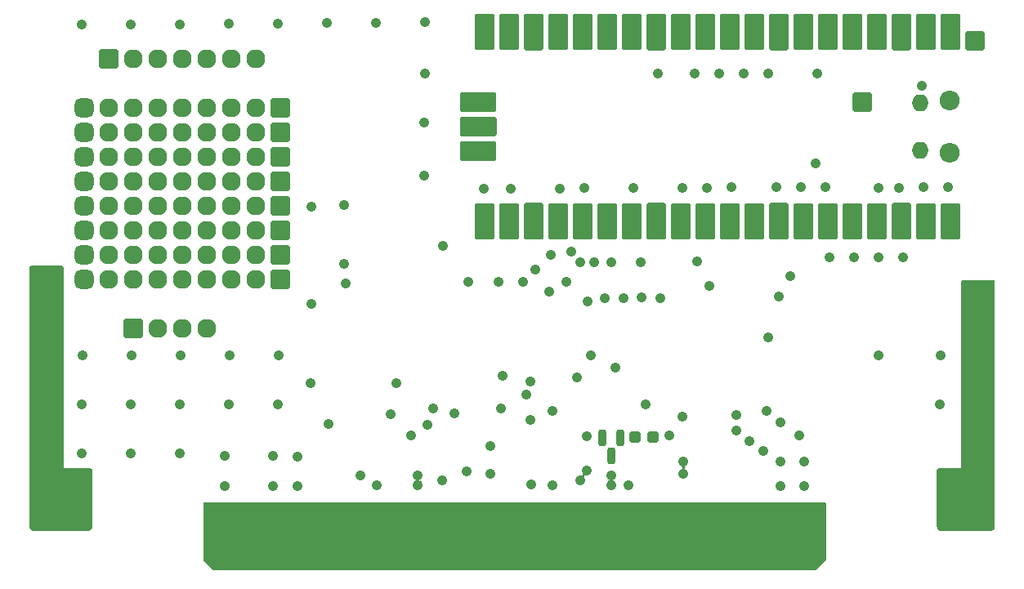
<source format=gts>
G04 #@! TF.GenerationSoftware,KiCad,Pcbnew,(6.0.6)*
G04 #@! TF.CreationDate,2022-06-26T02:31:40+02:00*
G04 #@! TF.ProjectId,picocart64_v1_lite,7069636f-6361-4727-9436-345f76315f6c,rev?*
G04 #@! TF.SameCoordinates,Original*
G04 #@! TF.FileFunction,Soldermask,Top*
G04 #@! TF.FilePolarity,Negative*
%FSLAX46Y46*%
G04 Gerber Fmt 4.6, Leading zero omitted, Abs format (unit mm)*
G04 Created by KiCad (PCBNEW (6.0.6)) date 2022-06-26 02:31:40*
%MOMM*%
%LPD*%
G01*
G04 APERTURE LIST*
G04 Aperture macros list*
%AMRoundRect*
0 Rectangle with rounded corners*
0 $1 Rounding radius*
0 $2 $3 $4 $5 $6 $7 $8 $9 X,Y pos of 4 corners*
0 Add a 4 corners polygon primitive as box body*
4,1,4,$2,$3,$4,$5,$6,$7,$8,$9,$2,$3,0*
0 Add four circle primitives for the rounded corners*
1,1,$1+$1,$2,$3*
1,1,$1+$1,$4,$5*
1,1,$1+$1,$6,$7*
1,1,$1+$1,$8,$9*
0 Add four rect primitives between the rounded corners*
20,1,$1+$1,$2,$3,$4,$5,0*
20,1,$1+$1,$4,$5,$6,$7,0*
20,1,$1+$1,$6,$7,$8,$9,0*
20,1,$1+$1,$8,$9,$2,$3,0*%
G04 Aperture macros list end*
%ADD10C,2.760000*%
%ADD11RoundRect,0.130000X0.850000X0.850000X-0.850000X0.850000X-0.850000X-0.850000X0.850000X-0.850000X0*%
%ADD12RoundRect,0.130000X0.850000X-0.850000X0.850000X0.850000X-0.850000X0.850000X-0.850000X-0.850000X0*%
%ADD13O,1.960000X1.960000*%
%ADD14RoundRect,0.555000X0.425000X-0.425000X0.425000X0.425000X-0.425000X0.425000X-0.425000X-0.425000X0*%
%ADD15RoundRect,0.367500X-0.250000X-0.237500X0.250000X-0.237500X0.250000X0.237500X-0.250000X0.237500X0*%
%ADD16O,2.060000X2.060000*%
%ADD17O,1.760000X1.760000*%
%ADD18RoundRect,0.130000X-0.850000X1.750000X-0.850000X-1.750000X0.850000X-1.750000X0.850000X1.750000X0*%
%ADD19RoundRect,0.130000X-0.850000X0.850000X-0.850000X-0.850000X0.850000X-0.850000X0.850000X0.850000X0*%
%ADD20RoundRect,0.130000X-1.750000X-0.850000X1.750000X-0.850000X1.750000X0.850000X-1.750000X0.850000X0*%
%ADD21RoundRect,0.280000X-0.150000X0.587500X-0.150000X-0.587500X0.150000X-0.587500X0.150000X0.587500X0*%
%ADD22C,1.060000*%
G04 APERTURE END LIST*
D10*
X102850000Y-112600000D03*
X197650000Y-112600000D03*
D11*
X197939990Y-65199997D03*
X186300000Y-71550000D03*
D12*
X110705000Y-95000000D03*
D13*
X113245000Y-95000000D03*
X115785000Y-95000000D03*
X118325000Y-95000000D03*
X115785000Y-74680000D03*
X110705000Y-79760000D03*
X108165000Y-89920000D03*
X115785000Y-72140000D03*
X108165000Y-82300000D03*
X110705000Y-84840000D03*
X115785000Y-84840000D03*
X123405000Y-77220000D03*
X118325000Y-72140000D03*
X108165000Y-72140000D03*
X120865000Y-77220000D03*
X108165000Y-84840000D03*
X110705000Y-72140000D03*
X123405000Y-82300000D03*
X113245000Y-74680000D03*
X108165000Y-77220000D03*
X115785000Y-79760000D03*
X118325000Y-77220000D03*
X115785000Y-82300000D03*
X120865000Y-89920000D03*
X120865000Y-87380000D03*
X120865000Y-84840000D03*
X113245000Y-77220000D03*
X115785000Y-87380000D03*
X110705000Y-82300000D03*
X108165000Y-87380000D03*
X118325000Y-79760000D03*
X110705000Y-74680000D03*
X108165000Y-79760000D03*
X123405000Y-79760000D03*
X113245000Y-87380000D03*
X115785000Y-89920000D03*
X110705000Y-77220000D03*
X123405000Y-72140000D03*
X120865000Y-72140000D03*
X113245000Y-79760000D03*
X113245000Y-72140000D03*
X123405000Y-87380000D03*
X115785000Y-77220000D03*
X123405000Y-84840000D03*
X113245000Y-84840000D03*
X113245000Y-82300000D03*
X118325000Y-89920000D03*
X118325000Y-87380000D03*
X118325000Y-82300000D03*
X108165000Y-74680000D03*
X110705000Y-89920000D03*
X110705000Y-87380000D03*
X113245000Y-89920000D03*
X120865000Y-79760000D03*
X123405000Y-74680000D03*
X120865000Y-82300000D03*
X120865000Y-74680000D03*
X123405000Y-89920000D03*
X118325000Y-84840000D03*
X118325000Y-74680000D03*
D14*
X105625000Y-79760000D03*
X105625000Y-72140000D03*
X105625000Y-87380000D03*
X105625000Y-89920000D03*
X105625000Y-84840000D03*
X105625000Y-82300000D03*
X105625000Y-74680000D03*
X105625000Y-77220000D03*
D12*
X125945000Y-87380000D03*
X125945000Y-74680000D03*
X125945000Y-72140000D03*
X125945000Y-89920000D03*
X125945000Y-84840000D03*
X125945000Y-82300000D03*
X125945000Y-77220000D03*
X125945000Y-79760000D03*
D15*
X162737500Y-106250000D03*
X164562500Y-106250000D03*
D16*
X195288600Y-76800000D03*
D17*
X192258600Y-76500000D03*
D16*
X195288600Y-71350000D03*
D17*
X192258600Y-71650000D03*
D18*
X195418600Y-64285000D03*
D13*
X195418600Y-65185000D03*
X192878600Y-65185000D03*
D18*
X192878600Y-64285000D03*
X190338600Y-64285000D03*
D19*
X190338600Y-65185000D03*
D13*
X187798600Y-65185000D03*
D18*
X187798600Y-64285000D03*
D13*
X185258600Y-65185000D03*
D18*
X185258600Y-64285000D03*
X182718600Y-64285000D03*
D13*
X182718600Y-65185000D03*
X180178600Y-65185000D03*
D18*
X180178600Y-64285000D03*
D19*
X177638600Y-65185000D03*
D18*
X177638600Y-64285000D03*
X175098600Y-64285000D03*
D13*
X175098600Y-65185000D03*
X172558600Y-65185000D03*
D18*
X172558600Y-64285000D03*
D13*
X170018600Y-65185000D03*
D18*
X170018600Y-64285000D03*
D13*
X167478600Y-65185000D03*
D18*
X167478600Y-64285000D03*
D19*
X164938600Y-65185000D03*
D18*
X164938600Y-64285000D03*
X162398600Y-64285000D03*
D13*
X162398600Y-65185000D03*
X159858600Y-65185000D03*
D18*
X159858600Y-64285000D03*
X157318600Y-64285000D03*
D13*
X157318600Y-65185000D03*
X154778600Y-65185000D03*
D18*
X154778600Y-64285000D03*
X152238600Y-64285000D03*
D19*
X152238600Y-65185000D03*
D13*
X149698600Y-65185000D03*
D18*
X149698600Y-64285000D03*
X147158600Y-64285000D03*
D13*
X147158600Y-65185000D03*
X147158600Y-82965000D03*
D18*
X147158600Y-83865000D03*
D13*
X149698600Y-82965000D03*
D18*
X149698600Y-83865000D03*
X152238600Y-83865000D03*
D19*
X152238600Y-82965000D03*
D18*
X154778600Y-83865000D03*
D13*
X154778600Y-82965000D03*
X157318600Y-82965000D03*
D18*
X157318600Y-83865000D03*
D13*
X159858600Y-82965000D03*
D18*
X159858600Y-83865000D03*
D13*
X162398600Y-82965000D03*
D18*
X162398600Y-83865000D03*
D19*
X164938600Y-82965000D03*
D18*
X164938600Y-83865000D03*
X167478600Y-83865000D03*
D13*
X167478600Y-82965000D03*
X170018600Y-82965000D03*
D18*
X170018600Y-83865000D03*
D13*
X172558600Y-82965000D03*
D18*
X172558600Y-83865000D03*
X175098600Y-83865000D03*
D13*
X175098600Y-82965000D03*
D19*
X177638600Y-82965000D03*
D18*
X177638600Y-83865000D03*
X180178600Y-83865000D03*
D13*
X180178600Y-82965000D03*
X182718600Y-82965000D03*
D18*
X182718600Y-83865000D03*
D13*
X185258600Y-82965000D03*
D18*
X185258600Y-83865000D03*
D13*
X187798600Y-82965000D03*
D18*
X187798600Y-83865000D03*
D19*
X190338600Y-82965000D03*
D18*
X190338600Y-83865000D03*
D13*
X192878600Y-82965000D03*
D18*
X192878600Y-83865000D03*
X195418600Y-83865000D03*
D13*
X195418600Y-82965000D03*
D20*
X146488600Y-71535000D03*
D13*
X147388600Y-71535000D03*
D19*
X147388600Y-74075000D03*
D20*
X146488600Y-74075000D03*
D13*
X147388600Y-76615000D03*
D20*
X146488600Y-76615000D03*
D12*
X108165000Y-67060000D03*
D13*
X110705000Y-67060000D03*
X113245000Y-67060000D03*
X115785000Y-67060000D03*
X118325000Y-67060000D03*
X120865000Y-67060000D03*
X123405000Y-67060000D03*
D21*
X161200000Y-106325000D03*
X159300000Y-106325000D03*
X160250000Y-108200000D03*
D22*
X102108000Y-105156000D03*
X180250000Y-111350000D03*
X180250000Y-108800000D03*
X177750000Y-111350000D03*
X177750000Y-108750000D03*
X167750000Y-108800000D03*
X167750000Y-110050000D03*
X127750000Y-111350000D03*
X127750000Y-108250000D03*
X125250000Y-108150000D03*
X125250000Y-111350000D03*
X120250000Y-111350000D03*
X120250000Y-108200000D03*
X130810000Y-63336550D03*
X140905318Y-73660000D03*
X181610000Y-68538966D03*
X115589704Y-102837791D03*
X185420000Y-87607667D03*
X190500000Y-87630000D03*
X105410000Y-63500000D03*
X198000000Y-108000000D03*
X177380000Y-80364914D03*
X192620000Y-80364914D03*
X110490000Y-107937495D03*
X115570000Y-107917791D03*
X187960000Y-87627371D03*
X157480000Y-80447786D03*
X167640000Y-104140000D03*
X165100000Y-68580000D03*
X177800000Y-104750000D03*
X176530000Y-95885000D03*
X140905318Y-79125000D03*
X105429704Y-102870000D03*
X148590000Y-90170000D03*
X168910000Y-68573174D03*
X129150000Y-100650000D03*
X125730000Y-102814488D03*
X182460000Y-80308167D03*
X149860000Y-80495075D03*
X110545560Y-97777495D03*
X115570000Y-63459124D03*
X155575000Y-90170000D03*
X171450000Y-68573175D03*
X132600000Y-88300000D03*
X170395000Y-90555000D03*
X179920000Y-80336540D03*
X187958792Y-80395000D03*
X120650000Y-63418266D03*
X172720000Y-80376852D03*
X162560000Y-80447786D03*
X115625560Y-97757791D03*
X158115000Y-97790000D03*
X141820000Y-103255000D03*
X195160000Y-80336540D03*
X176530000Y-68550369D03*
X190080000Y-80393288D03*
X194345856Y-97790000D03*
X173990000Y-68561772D03*
X120669704Y-102818088D03*
X148805000Y-103255000D03*
X145415000Y-90170000D03*
X169125000Y-88015000D03*
X129200000Y-82350000D03*
X163830000Y-102870000D03*
X120705560Y-97738088D03*
X135890000Y-63295692D03*
X194310000Y-102870000D03*
X182880000Y-87587963D03*
X192405000Y-69850000D03*
X154940000Y-80471430D03*
X176350000Y-103550000D03*
X198000000Y-109000000D03*
X151130000Y-90170000D03*
X170180000Y-80400496D03*
X140946176Y-68580000D03*
X166300000Y-106050000D03*
X125730000Y-63377408D03*
X105410000Y-107950000D03*
X179705000Y-106045000D03*
X132600000Y-82200000D03*
X187960000Y-97759352D03*
X105465560Y-97790000D03*
X110509704Y-102857495D03*
X167640000Y-80424141D03*
X160655000Y-99060000D03*
X147066000Y-80518000D03*
X102108000Y-106680000D03*
X129200000Y-92450000D03*
X125765856Y-97734488D03*
X110490000Y-63499982D03*
X140970000Y-63254834D03*
X130950000Y-104850000D03*
X136000000Y-111200000D03*
X142800000Y-86450000D03*
X160241000Y-110259000D03*
X140241000Y-110259000D03*
X140241000Y-111259000D03*
X160241000Y-111252000D03*
X152350000Y-88900000D03*
X134300000Y-110250000D03*
X176000000Y-107650000D03*
X174550000Y-106700000D03*
X173200000Y-105600000D03*
X173250000Y-103950000D03*
X154200000Y-103550000D03*
X151900000Y-104450000D03*
X149000000Y-99900000D03*
X144050000Y-103800000D03*
X142750000Y-110700000D03*
X163410000Y-91800000D03*
X156700000Y-100100000D03*
X145250000Y-109800000D03*
X163350000Y-88150000D03*
X160250000Y-88150000D03*
X151500000Y-101850000D03*
X161505000Y-91825000D03*
X151950000Y-111150000D03*
X159600000Y-91825000D03*
X154200000Y-111200000D03*
X151900000Y-100500000D03*
X158500000Y-88100000D03*
X165350000Y-91825000D03*
X156100000Y-87053500D03*
X181400000Y-77855000D03*
X178800000Y-89550000D03*
X177600000Y-91650000D03*
X138000000Y-100650000D03*
X162050000Y-111200000D03*
X141250000Y-105000000D03*
X147750000Y-107200000D03*
X147750000Y-110050000D03*
X137400000Y-103900000D03*
X139550000Y-106100000D03*
X157050000Y-110750000D03*
X154000000Y-87350000D03*
X153800000Y-91200000D03*
X157850000Y-92200000D03*
X157050000Y-88150000D03*
X157750000Y-109700000D03*
X157700000Y-106150000D03*
X132750000Y-90350000D03*
G36*
X199942121Y-90020002D02*
G01*
X199988614Y-90073658D01*
X200000000Y-90126000D01*
X200000000Y-109728000D01*
X199979998Y-109796121D01*
X199926342Y-109842614D01*
X199874000Y-109854000D01*
X196503088Y-109854000D01*
X196496906Y-109853848D01*
X196481291Y-109853081D01*
X196468985Y-109851869D01*
X196456574Y-109850028D01*
X196444448Y-109847616D01*
X196432267Y-109844565D01*
X196420435Y-109840976D01*
X196408629Y-109836752D01*
X196397202Y-109832019D01*
X196385859Y-109826654D01*
X196374948Y-109820822D01*
X196364190Y-109814373D01*
X196353921Y-109807511D01*
X196343837Y-109800033D01*
X196334267Y-109792179D01*
X196324975Y-109783756D01*
X196316244Y-109775025D01*
X196307821Y-109765733D01*
X196299967Y-109756163D01*
X196292489Y-109746079D01*
X196285627Y-109735810D01*
X196279178Y-109725052D01*
X196273346Y-109714141D01*
X196267981Y-109702798D01*
X196263248Y-109691371D01*
X196259024Y-109679565D01*
X196255435Y-109667733D01*
X196252650Y-109656614D01*
X196255501Y-109585674D01*
X196296253Y-109527538D01*
X196361966Y-109500663D01*
X196374874Y-109500000D01*
X196481885Y-109500000D01*
X196497124Y-109495525D01*
X196498329Y-109494135D01*
X196500000Y-109486452D01*
X196500000Y-90126000D01*
X196520002Y-90057879D01*
X196573658Y-90011386D01*
X196626000Y-90000000D01*
X199874000Y-90000000D01*
X199942121Y-90020002D01*
G37*
G36*
X103442121Y-88520002D02*
G01*
X103488614Y-88573658D01*
X103500000Y-88626000D01*
X103500000Y-109481885D01*
X103504475Y-109497124D01*
X103505865Y-109498329D01*
X103513548Y-109500000D01*
X103520838Y-109500000D01*
X103588959Y-109520002D01*
X103635452Y-109573658D01*
X103645556Y-109643932D01*
X103616062Y-109708512D01*
X103556336Y-109746896D01*
X103539329Y-109750636D01*
X103531018Y-109751869D01*
X103518709Y-109753081D01*
X103503094Y-109753848D01*
X103496912Y-109754000D01*
X100126000Y-109754000D01*
X100057879Y-109733998D01*
X100011386Y-109680342D01*
X100000000Y-109628000D01*
X100000000Y-88626000D01*
X100020002Y-88557879D01*
X100073658Y-88511386D01*
X100126000Y-88500000D01*
X103374000Y-88500000D01*
X103442121Y-88520002D01*
G37*
G36*
X182442121Y-113020002D02*
G01*
X182488614Y-113073658D01*
X182500000Y-113126000D01*
X182500000Y-118947810D01*
X182479998Y-119015931D01*
X182463095Y-119036905D01*
X181536905Y-119963095D01*
X181474593Y-119997121D01*
X181447810Y-120000000D01*
X119052190Y-120000000D01*
X118984069Y-119979998D01*
X118963095Y-119963095D01*
X118036905Y-119036905D01*
X118002879Y-118974593D01*
X118000000Y-118947810D01*
X118000000Y-113126000D01*
X118020002Y-113057879D01*
X118073658Y-113011386D01*
X118126000Y-113000000D01*
X182374000Y-113000000D01*
X182442121Y-113020002D01*
G37*
G36*
X199942121Y-109266002D02*
G01*
X199988614Y-109319658D01*
X200000000Y-109372000D01*
X200000000Y-115491742D01*
X199998922Y-115508188D01*
X199985128Y-115612963D01*
X199976615Y-115644735D01*
X199939361Y-115734674D01*
X199922914Y-115763160D01*
X199863651Y-115840393D01*
X199840393Y-115863651D01*
X199763160Y-115922914D01*
X199734674Y-115939361D01*
X199644735Y-115976615D01*
X199612963Y-115985128D01*
X199508188Y-115998922D01*
X199491742Y-116000000D01*
X194508258Y-116000000D01*
X194491812Y-115998922D01*
X194387037Y-115985128D01*
X194355265Y-115976615D01*
X194265326Y-115939361D01*
X194236840Y-115922914D01*
X194159607Y-115863651D01*
X194136349Y-115840393D01*
X194077086Y-115763160D01*
X194060639Y-115734674D01*
X194023385Y-115644735D01*
X194014872Y-115612963D01*
X194001078Y-115508188D01*
X194000000Y-115491742D01*
X194000000Y-109626000D01*
X194020002Y-109557879D01*
X194073658Y-109511386D01*
X194126000Y-109500000D01*
X196481885Y-109500000D01*
X196497124Y-109495525D01*
X196498329Y-109494135D01*
X196500000Y-109486452D01*
X196500000Y-109372000D01*
X196520002Y-109303879D01*
X196573658Y-109257386D01*
X196626000Y-109246000D01*
X199874000Y-109246000D01*
X199942121Y-109266002D01*
G37*
G36*
X103442121Y-109266002D02*
G01*
X103488614Y-109319658D01*
X103500000Y-109372000D01*
X103500000Y-109481885D01*
X103504475Y-109497124D01*
X103505865Y-109498329D01*
X103513548Y-109500000D01*
X106374000Y-109500000D01*
X106442121Y-109520002D01*
X106488614Y-109573658D01*
X106500000Y-109626000D01*
X106500000Y-115491742D01*
X106498922Y-115508188D01*
X106485128Y-115612963D01*
X106476615Y-115644735D01*
X106439361Y-115734674D01*
X106422914Y-115763160D01*
X106363651Y-115840393D01*
X106340393Y-115863651D01*
X106263160Y-115922914D01*
X106234674Y-115939361D01*
X106144735Y-115976615D01*
X106112963Y-115985128D01*
X106008188Y-115998922D01*
X105991742Y-116000000D01*
X100508258Y-116000000D01*
X100491812Y-115998922D01*
X100387037Y-115985128D01*
X100355265Y-115976615D01*
X100265326Y-115939361D01*
X100236840Y-115922914D01*
X100159607Y-115863651D01*
X100136349Y-115840393D01*
X100077086Y-115763160D01*
X100060639Y-115734674D01*
X100023385Y-115644735D01*
X100014872Y-115612963D01*
X100001078Y-115508188D01*
X100000000Y-115491742D01*
X100000000Y-109372000D01*
X100020002Y-109303879D01*
X100073658Y-109257386D01*
X100126000Y-109246000D01*
X103374000Y-109246000D01*
X103442121Y-109266002D01*
G37*
G36*
X182480771Y-112993068D02*
G01*
X182499430Y-112998068D01*
X182500718Y-112999356D01*
X182501000Y-112999356D01*
X182501932Y-113000570D01*
X182506932Y-113019231D01*
X182507000Y-113019749D01*
X182507000Y-118980253D01*
X182506932Y-118980771D01*
X182501932Y-118999432D01*
X182501510Y-118999854D01*
X182501535Y-118999879D01*
X182501535Y-119000915D01*
X182499000Y-119010375D01*
X182498654Y-119011075D01*
X182498167Y-119011709D01*
X182497995Y-119011905D01*
X181518916Y-119990984D01*
X181518502Y-119991302D01*
X181501769Y-120000963D01*
X181501169Y-120000963D01*
X181501169Y-120001000D01*
X181500437Y-120001732D01*
X181491957Y-120006628D01*
X181491219Y-120006879D01*
X181490431Y-120006983D01*
X181490169Y-120007000D01*
X119019749Y-120007000D01*
X119019231Y-120006932D01*
X119000571Y-120001932D01*
X119000146Y-120001507D01*
X119000119Y-120001533D01*
X118999083Y-120001533D01*
X118989625Y-119998999D01*
X118988926Y-119998654D01*
X118988290Y-119998166D01*
X118988093Y-119997993D01*
X118009016Y-119018916D01*
X118008698Y-119018502D01*
X117999037Y-119001769D01*
X117999037Y-119001169D01*
X117999000Y-119001169D01*
X117998268Y-119000437D01*
X117997599Y-118999279D01*
X118002000Y-118999279D01*
X118002183Y-118999355D01*
X119000904Y-119998076D01*
X119001089Y-119998000D01*
X181499279Y-119998000D01*
X181499355Y-119997817D01*
X182498076Y-118999096D01*
X182498000Y-118998914D01*
X182498000Y-113002000D01*
X118002000Y-113002000D01*
X118002000Y-118999279D01*
X117997599Y-118999279D01*
X117993372Y-118991957D01*
X117993121Y-118991219D01*
X117993017Y-118990431D01*
X117993000Y-118990169D01*
X117993000Y-113019749D01*
X117993068Y-113019231D01*
X117998068Y-113000570D01*
X117999356Y-112999282D01*
X117999356Y-112999000D01*
X118000570Y-112998068D01*
X118019231Y-112993068D01*
X118019749Y-112993000D01*
X182480253Y-112993000D01*
X182480771Y-112993068D01*
G37*
G36*
X199980771Y-89993068D02*
G01*
X199999430Y-89998068D01*
X200000718Y-89999356D01*
X200001000Y-89999356D01*
X200001932Y-90000570D01*
X200006932Y-90019231D01*
X200007000Y-90019749D01*
X200007000Y-115495088D01*
X200006996Y-115495219D01*
X200006312Y-115505649D01*
X200006299Y-115505779D01*
X199991186Y-115620576D01*
X199991135Y-115620833D01*
X199985751Y-115640926D01*
X199985667Y-115641173D01*
X199943243Y-115743595D01*
X199943127Y-115743830D01*
X199932727Y-115761842D01*
X199932582Y-115762060D01*
X199865089Y-115850018D01*
X199864916Y-115850214D01*
X199850214Y-115864916D01*
X199850018Y-115865089D01*
X199762060Y-115932582D01*
X199761842Y-115932727D01*
X199743830Y-115943127D01*
X199743595Y-115943243D01*
X199641173Y-115985667D01*
X199640926Y-115985751D01*
X199620833Y-115991135D01*
X199620576Y-115991186D01*
X199505779Y-116006299D01*
X199505649Y-116006312D01*
X199495219Y-116006996D01*
X199495088Y-116007000D01*
X194504912Y-116007000D01*
X194504781Y-116006996D01*
X194494351Y-116006312D01*
X194494221Y-116006299D01*
X194379424Y-115991186D01*
X194379167Y-115991135D01*
X194359074Y-115985751D01*
X194358827Y-115985667D01*
X194256405Y-115943243D01*
X194256170Y-115943127D01*
X194238158Y-115932727D01*
X194237940Y-115932582D01*
X194149982Y-115865089D01*
X194149786Y-115864916D01*
X194135084Y-115850214D01*
X194134911Y-115850018D01*
X194067418Y-115762060D01*
X194067273Y-115761842D01*
X194056873Y-115743830D01*
X194056757Y-115743595D01*
X194014333Y-115641173D01*
X194014249Y-115640926D01*
X194008865Y-115620833D01*
X194008814Y-115620576D01*
X193993701Y-115505779D01*
X193993688Y-115505649D01*
X193993309Y-115499868D01*
X194002000Y-115499868D01*
X194018986Y-115628888D01*
X194068733Y-115748990D01*
X194147874Y-115852126D01*
X194251010Y-115931267D01*
X194371112Y-115981014D01*
X194500132Y-115998000D01*
X199499868Y-115998000D01*
X199628888Y-115981014D01*
X199748990Y-115931267D01*
X199852126Y-115852126D01*
X199931267Y-115748990D01*
X199981014Y-115628888D01*
X199998000Y-115499868D01*
X199998000Y-90002000D01*
X196502000Y-90002000D01*
X196502000Y-109500000D01*
X196501000Y-109501732D01*
X196500000Y-109502000D01*
X194002000Y-109502000D01*
X194002000Y-115499868D01*
X193993309Y-115499868D01*
X193993004Y-115495219D01*
X193993000Y-115495088D01*
X193993000Y-109519749D01*
X193993068Y-109519231D01*
X193998068Y-109500570D01*
X193999356Y-109499282D01*
X193999356Y-109499000D01*
X194000570Y-109498068D01*
X194019231Y-109493068D01*
X194019749Y-109493000D01*
X196344737Y-109493000D01*
X196418967Y-109473110D01*
X196473110Y-109418967D01*
X196493000Y-109344737D01*
X196493000Y-90019749D01*
X196493068Y-90019231D01*
X196498068Y-90000570D01*
X196499356Y-89999282D01*
X196499356Y-89999000D01*
X196500570Y-89998068D01*
X196519231Y-89993068D01*
X196519749Y-89993000D01*
X199980253Y-89993000D01*
X199980771Y-89993068D01*
G37*
G36*
X103480771Y-88493068D02*
G01*
X103499430Y-88498068D01*
X103500718Y-88499356D01*
X103501000Y-88499356D01*
X103501932Y-88500570D01*
X103506932Y-88519231D01*
X103507000Y-88519749D01*
X103507000Y-109344737D01*
X103526890Y-109418967D01*
X103581034Y-109473110D01*
X103655263Y-109493000D01*
X106480253Y-109493000D01*
X106480771Y-109493068D01*
X106499430Y-109498068D01*
X106500718Y-109499356D01*
X106501000Y-109499356D01*
X106501932Y-109500570D01*
X106506932Y-109519231D01*
X106507000Y-109519749D01*
X106507000Y-115495088D01*
X106506996Y-115495219D01*
X106506312Y-115505649D01*
X106506299Y-115505779D01*
X106491186Y-115620576D01*
X106491135Y-115620833D01*
X106485751Y-115640926D01*
X106485667Y-115641173D01*
X106443243Y-115743595D01*
X106443127Y-115743830D01*
X106432727Y-115761842D01*
X106432582Y-115762060D01*
X106365089Y-115850018D01*
X106364916Y-115850214D01*
X106350214Y-115864916D01*
X106350018Y-115865089D01*
X106262060Y-115932582D01*
X106261842Y-115932727D01*
X106243830Y-115943127D01*
X106243595Y-115943243D01*
X106141173Y-115985667D01*
X106140926Y-115985751D01*
X106120833Y-115991135D01*
X106120576Y-115991186D01*
X106005779Y-116006299D01*
X106005649Y-116006312D01*
X105995219Y-116006996D01*
X105995088Y-116007000D01*
X100504912Y-116007000D01*
X100504781Y-116006996D01*
X100494351Y-116006312D01*
X100494221Y-116006299D01*
X100379424Y-115991186D01*
X100379167Y-115991135D01*
X100359074Y-115985751D01*
X100358827Y-115985667D01*
X100256405Y-115943243D01*
X100256170Y-115943127D01*
X100238158Y-115932727D01*
X100237940Y-115932582D01*
X100149982Y-115865089D01*
X100149786Y-115864916D01*
X100135084Y-115850214D01*
X100134911Y-115850018D01*
X100067418Y-115762060D01*
X100067273Y-115761842D01*
X100056873Y-115743830D01*
X100056757Y-115743595D01*
X100014333Y-115641173D01*
X100014249Y-115640926D01*
X100008865Y-115620833D01*
X100008814Y-115620576D01*
X99993701Y-115505779D01*
X99993688Y-115505649D01*
X99993309Y-115499868D01*
X100002000Y-115499868D01*
X100018986Y-115628888D01*
X100068733Y-115748990D01*
X100147874Y-115852126D01*
X100251010Y-115931267D01*
X100371112Y-115981014D01*
X100500132Y-115998000D01*
X105999868Y-115998000D01*
X106128888Y-115981014D01*
X106248990Y-115931267D01*
X106352126Y-115852126D01*
X106431267Y-115748990D01*
X106481014Y-115628888D01*
X106498000Y-115499868D01*
X106498000Y-109502000D01*
X103500000Y-109502000D01*
X103498268Y-109501000D01*
X103498000Y-109500000D01*
X103498000Y-88502000D01*
X100002000Y-88502000D01*
X100002000Y-115499868D01*
X99993309Y-115499868D01*
X99993004Y-115495219D01*
X99993000Y-115495088D01*
X99993000Y-88519749D01*
X99993068Y-88519231D01*
X99998068Y-88500570D01*
X99999356Y-88499282D01*
X99999356Y-88499000D01*
X100000570Y-88498068D01*
X100019231Y-88493068D01*
X100019749Y-88493000D01*
X103480253Y-88493000D01*
X103480771Y-88493068D01*
G37*
G36*
X139900220Y-110657324D02*
G01*
X139977010Y-110716247D01*
X140075763Y-110757152D01*
X140076981Y-110758739D01*
X140076216Y-110760587D01*
X140075763Y-110760848D01*
X139977010Y-110801753D01*
X139891097Y-110867676D01*
X139889114Y-110867937D01*
X139887896Y-110866350D01*
X139888219Y-110864974D01*
X139927289Y-110806830D01*
X139932498Y-110730435D01*
X139898715Y-110661477D01*
X139897573Y-110660310D01*
X139897076Y-110658373D01*
X139898505Y-110656974D01*
X139900220Y-110657324D01*
G37*
G36*
X159897826Y-110655487D02*
G01*
X159977010Y-110716247D01*
X160067314Y-110753652D01*
X160068532Y-110755239D01*
X160067767Y-110757087D01*
X160067314Y-110757348D01*
X159977010Y-110794753D01*
X159887740Y-110863252D01*
X159885757Y-110863513D01*
X159884539Y-110861926D01*
X159884862Y-110860549D01*
X159923362Y-110803257D01*
X159928570Y-110726863D01*
X159894812Y-110657954D01*
X159894948Y-110655958D01*
X159896744Y-110655079D01*
X159897826Y-110655487D01*
G37*
G36*
X140595406Y-110650651D02*
G01*
X140595071Y-110652045D01*
X140555373Y-110709806D01*
X140549366Y-110786144D01*
X140582419Y-110855441D01*
X140585209Y-110858290D01*
X140585706Y-110860227D01*
X140584277Y-110861626D01*
X140582562Y-110861276D01*
X140504990Y-110801753D01*
X140406237Y-110760848D01*
X140405019Y-110759261D01*
X140405784Y-110757413D01*
X140406237Y-110757152D01*
X140504990Y-110716247D01*
X140592205Y-110649325D01*
X140594188Y-110649064D01*
X140595406Y-110650651D01*
G37*
G36*
X160598910Y-110647962D02*
G01*
X160598575Y-110649356D01*
X160559385Y-110706380D01*
X160553377Y-110782718D01*
X160586429Y-110852012D01*
X160587265Y-110852866D01*
X160587762Y-110854803D01*
X160586334Y-110856203D01*
X160584618Y-110855853D01*
X160504990Y-110794753D01*
X160414686Y-110757348D01*
X160413468Y-110755761D01*
X160414233Y-110753913D01*
X160414686Y-110753652D01*
X160504990Y-110716247D01*
X160595709Y-110646636D01*
X160597692Y-110646375D01*
X160598910Y-110647962D01*
G37*
G36*
X157326447Y-110007901D02*
G01*
X157376660Y-110073340D01*
X157486010Y-110157247D01*
X157613348Y-110209992D01*
X157625557Y-110211600D01*
X157627144Y-110212818D01*
X157626883Y-110214801D01*
X157625306Y-110215583D01*
X157561106Y-110215919D01*
X157494991Y-110254553D01*
X157457054Y-110321066D01*
X157457456Y-110397739D01*
X157477299Y-110440489D01*
X157477121Y-110442481D01*
X157475307Y-110443323D01*
X157473898Y-110442549D01*
X157423340Y-110376660D01*
X157313990Y-110292753D01*
X157186652Y-110240008D01*
X157177604Y-110238817D01*
X157176017Y-110237599D01*
X157176278Y-110235617D01*
X157177834Y-110234834D01*
X157240331Y-110233851D01*
X157306034Y-110194528D01*
X157343275Y-110127619D01*
X157342070Y-110050944D01*
X157323046Y-110009961D01*
X157323224Y-110007969D01*
X157325038Y-110007127D01*
X157326447Y-110007901D01*
G37*
G36*
X167613348Y-109309992D02*
G01*
X167750000Y-109327983D01*
X167886652Y-109309992D01*
X167963195Y-109278287D01*
X167965178Y-109278548D01*
X167965943Y-109280396D01*
X167964859Y-109281922D01*
X167944780Y-109292020D01*
X167887407Y-109343137D01*
X167863363Y-109415840D01*
X167878891Y-109490822D01*
X167929976Y-109548160D01*
X167941833Y-109555172D01*
X167971088Y-109570662D01*
X167972151Y-109572357D01*
X167971215Y-109574124D01*
X167969387Y-109574278D01*
X167886652Y-109540008D01*
X167750000Y-109522017D01*
X167613348Y-109540008D01*
X167533646Y-109573022D01*
X167531663Y-109572761D01*
X167530898Y-109570913D01*
X167531964Y-109569397D01*
X167555296Y-109557354D01*
X167612135Y-109505634D01*
X167635415Y-109432687D01*
X167619103Y-109357870D01*
X167567409Y-109301060D01*
X167558252Y-109295644D01*
X167525971Y-109278117D01*
X167524926Y-109276411D01*
X167525880Y-109274654D01*
X167527690Y-109274511D01*
X167613348Y-109309992D01*
G37*
M02*

</source>
